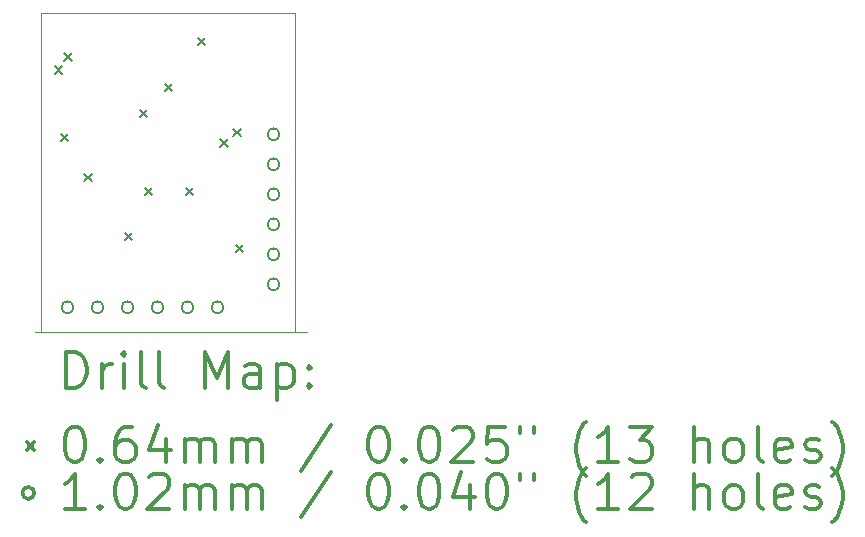
<source format=gbr>
%FSLAX45Y45*%
G04 Gerber Fmt 4.5, Leading zero omitted, Abs format (unit mm)*
G04 Created by KiCad (PCBNEW (2014-11-21 BZR 5297)-product) date Mo 02 Feb 2015 01:26:16 CET*
%MOMM*%
G01*
G04 APERTURE LIST*
%ADD10C,0.127000*%
%ADD11C,0.100000*%
%ADD12C,0.200000*%
%ADD13C,0.300000*%
G04 APERTURE END LIST*
D10*
D11*
X15500000Y-9900000D02*
X15450000Y-9900000D01*
X17600000Y-9900000D02*
X17600000Y-12600000D01*
X15500000Y-9900000D02*
X17600000Y-9900000D01*
X15450000Y-12600000D02*
X15450000Y-9900000D01*
X15400000Y-12600000D02*
X15500000Y-12600000D01*
X17700000Y-12600000D02*
X15400000Y-12600000D01*
D12*
X15568250Y-10348250D02*
X15631750Y-10411750D01*
X15631750Y-10348250D02*
X15568250Y-10411750D01*
X15618250Y-10918250D02*
X15681750Y-10981750D01*
X15681750Y-10918250D02*
X15618250Y-10981750D01*
X15648250Y-10238250D02*
X15711750Y-10301750D01*
X15711750Y-10238250D02*
X15648250Y-10301750D01*
X15818250Y-11258250D02*
X15881750Y-11321750D01*
X15881750Y-11258250D02*
X15818250Y-11321750D01*
X16158250Y-11758250D02*
X16221750Y-11821750D01*
X16221750Y-11758250D02*
X16158250Y-11821750D01*
X16288250Y-10718250D02*
X16351750Y-10781750D01*
X16351750Y-10718250D02*
X16288250Y-10781750D01*
X16328250Y-11378250D02*
X16391750Y-11441750D01*
X16391750Y-11378250D02*
X16328250Y-11441750D01*
X16498250Y-10498250D02*
X16561750Y-10561750D01*
X16561750Y-10498250D02*
X16498250Y-10561750D01*
X16678250Y-11378250D02*
X16741750Y-11441750D01*
X16741750Y-11378250D02*
X16678250Y-11441750D01*
X16778250Y-10108250D02*
X16841750Y-10171750D01*
X16841750Y-10108250D02*
X16778250Y-10171750D01*
X16968250Y-10968250D02*
X17031750Y-11031750D01*
X17031750Y-10968250D02*
X16968250Y-11031750D01*
X17078250Y-10878250D02*
X17141750Y-10941750D01*
X17141750Y-10878250D02*
X17078250Y-10941750D01*
X17098250Y-11858250D02*
X17161750Y-11921750D01*
X17161750Y-11858250D02*
X17098250Y-11921750D01*
X15725800Y-12390000D02*
G75*
G03X15725800Y-12390000I-50800J0D01*
G01*
X15979800Y-12390000D02*
G75*
G03X15979800Y-12390000I-50800J0D01*
G01*
X16233800Y-12390000D02*
G75*
G03X16233800Y-12390000I-50800J0D01*
G01*
X16487800Y-12390000D02*
G75*
G03X16487800Y-12390000I-50800J0D01*
G01*
X16741800Y-12390000D02*
G75*
G03X16741800Y-12390000I-50800J0D01*
G01*
X16995800Y-12390000D02*
G75*
G03X16995800Y-12390000I-50800J0D01*
G01*
X17470800Y-10925000D02*
G75*
G03X17470800Y-10925000I-50800J0D01*
G01*
X17470800Y-11179000D02*
G75*
G03X17470800Y-11179000I-50800J0D01*
G01*
X17470800Y-11433000D02*
G75*
G03X17470800Y-11433000I-50800J0D01*
G01*
X17470800Y-11687000D02*
G75*
G03X17470800Y-11687000I-50800J0D01*
G01*
X17470800Y-11941000D02*
G75*
G03X17470800Y-11941000I-50800J0D01*
G01*
X17470800Y-12195000D02*
G75*
G03X17470800Y-12195000I-50800J0D01*
G01*
D13*
X15666428Y-13070714D02*
X15666428Y-12770714D01*
X15737857Y-12770714D01*
X15780714Y-12785000D01*
X15809286Y-12813571D01*
X15823571Y-12842143D01*
X15837857Y-12899286D01*
X15837857Y-12942143D01*
X15823571Y-12999286D01*
X15809286Y-13027857D01*
X15780714Y-13056429D01*
X15737857Y-13070714D01*
X15666428Y-13070714D01*
X15966428Y-13070714D02*
X15966428Y-12870714D01*
X15966428Y-12927857D02*
X15980714Y-12899286D01*
X15995000Y-12885000D01*
X16023571Y-12870714D01*
X16052143Y-12870714D01*
X16152143Y-13070714D02*
X16152143Y-12870714D01*
X16152143Y-12770714D02*
X16137857Y-12785000D01*
X16152143Y-12799286D01*
X16166428Y-12785000D01*
X16152143Y-12770714D01*
X16152143Y-12799286D01*
X16337857Y-13070714D02*
X16309286Y-13056429D01*
X16295000Y-13027857D01*
X16295000Y-12770714D01*
X16495000Y-13070714D02*
X16466428Y-13056429D01*
X16452143Y-13027857D01*
X16452143Y-12770714D01*
X16837857Y-13070714D02*
X16837857Y-12770714D01*
X16937857Y-12985000D01*
X17037857Y-12770714D01*
X17037857Y-13070714D01*
X17309286Y-13070714D02*
X17309286Y-12913571D01*
X17295000Y-12885000D01*
X17266429Y-12870714D01*
X17209286Y-12870714D01*
X17180714Y-12885000D01*
X17309286Y-13056429D02*
X17280714Y-13070714D01*
X17209286Y-13070714D01*
X17180714Y-13056429D01*
X17166429Y-13027857D01*
X17166429Y-12999286D01*
X17180714Y-12970714D01*
X17209286Y-12956429D01*
X17280714Y-12956429D01*
X17309286Y-12942143D01*
X17452143Y-12870714D02*
X17452143Y-13170714D01*
X17452143Y-12885000D02*
X17480714Y-12870714D01*
X17537857Y-12870714D01*
X17566429Y-12885000D01*
X17580714Y-12899286D01*
X17595000Y-12927857D01*
X17595000Y-13013571D01*
X17580714Y-13042143D01*
X17566429Y-13056429D01*
X17537857Y-13070714D01*
X17480714Y-13070714D01*
X17452143Y-13056429D01*
X17723571Y-13042143D02*
X17737857Y-13056429D01*
X17723571Y-13070714D01*
X17709286Y-13056429D01*
X17723571Y-13042143D01*
X17723571Y-13070714D01*
X17723571Y-12885000D02*
X17737857Y-12899286D01*
X17723571Y-12913571D01*
X17709286Y-12899286D01*
X17723571Y-12885000D01*
X17723571Y-12913571D01*
X15331500Y-13533250D02*
X15395000Y-13596750D01*
X15395000Y-13533250D02*
X15331500Y-13596750D01*
X15723571Y-13400714D02*
X15752143Y-13400714D01*
X15780714Y-13415000D01*
X15795000Y-13429286D01*
X15809286Y-13457857D01*
X15823571Y-13515000D01*
X15823571Y-13586429D01*
X15809286Y-13643571D01*
X15795000Y-13672143D01*
X15780714Y-13686429D01*
X15752143Y-13700714D01*
X15723571Y-13700714D01*
X15695000Y-13686429D01*
X15680714Y-13672143D01*
X15666428Y-13643571D01*
X15652143Y-13586429D01*
X15652143Y-13515000D01*
X15666428Y-13457857D01*
X15680714Y-13429286D01*
X15695000Y-13415000D01*
X15723571Y-13400714D01*
X15952143Y-13672143D02*
X15966428Y-13686429D01*
X15952143Y-13700714D01*
X15937857Y-13686429D01*
X15952143Y-13672143D01*
X15952143Y-13700714D01*
X16223571Y-13400714D02*
X16166428Y-13400714D01*
X16137857Y-13415000D01*
X16123571Y-13429286D01*
X16095000Y-13472143D01*
X16080714Y-13529286D01*
X16080714Y-13643571D01*
X16095000Y-13672143D01*
X16109286Y-13686429D01*
X16137857Y-13700714D01*
X16195000Y-13700714D01*
X16223571Y-13686429D01*
X16237857Y-13672143D01*
X16252143Y-13643571D01*
X16252143Y-13572143D01*
X16237857Y-13543571D01*
X16223571Y-13529286D01*
X16195000Y-13515000D01*
X16137857Y-13515000D01*
X16109286Y-13529286D01*
X16095000Y-13543571D01*
X16080714Y-13572143D01*
X16509286Y-13500714D02*
X16509286Y-13700714D01*
X16437857Y-13386429D02*
X16366428Y-13600714D01*
X16552143Y-13600714D01*
X16666428Y-13700714D02*
X16666428Y-13500714D01*
X16666428Y-13529286D02*
X16680714Y-13515000D01*
X16709286Y-13500714D01*
X16752143Y-13500714D01*
X16780714Y-13515000D01*
X16795000Y-13543571D01*
X16795000Y-13700714D01*
X16795000Y-13543571D02*
X16809286Y-13515000D01*
X16837857Y-13500714D01*
X16880714Y-13500714D01*
X16909286Y-13515000D01*
X16923571Y-13543571D01*
X16923571Y-13700714D01*
X17066429Y-13700714D02*
X17066429Y-13500714D01*
X17066429Y-13529286D02*
X17080714Y-13515000D01*
X17109286Y-13500714D01*
X17152143Y-13500714D01*
X17180714Y-13515000D01*
X17195000Y-13543571D01*
X17195000Y-13700714D01*
X17195000Y-13543571D02*
X17209286Y-13515000D01*
X17237857Y-13500714D01*
X17280714Y-13500714D01*
X17309286Y-13515000D01*
X17323571Y-13543571D01*
X17323571Y-13700714D01*
X17909286Y-13386429D02*
X17652143Y-13772143D01*
X18295000Y-13400714D02*
X18323571Y-13400714D01*
X18352143Y-13415000D01*
X18366428Y-13429286D01*
X18380714Y-13457857D01*
X18395000Y-13515000D01*
X18395000Y-13586429D01*
X18380714Y-13643571D01*
X18366428Y-13672143D01*
X18352143Y-13686429D01*
X18323571Y-13700714D01*
X18295000Y-13700714D01*
X18266428Y-13686429D01*
X18252143Y-13672143D01*
X18237857Y-13643571D01*
X18223571Y-13586429D01*
X18223571Y-13515000D01*
X18237857Y-13457857D01*
X18252143Y-13429286D01*
X18266428Y-13415000D01*
X18295000Y-13400714D01*
X18523571Y-13672143D02*
X18537857Y-13686429D01*
X18523571Y-13700714D01*
X18509286Y-13686429D01*
X18523571Y-13672143D01*
X18523571Y-13700714D01*
X18723571Y-13400714D02*
X18752143Y-13400714D01*
X18780714Y-13415000D01*
X18795000Y-13429286D01*
X18809286Y-13457857D01*
X18823571Y-13515000D01*
X18823571Y-13586429D01*
X18809286Y-13643571D01*
X18795000Y-13672143D01*
X18780714Y-13686429D01*
X18752143Y-13700714D01*
X18723571Y-13700714D01*
X18695000Y-13686429D01*
X18680714Y-13672143D01*
X18666428Y-13643571D01*
X18652143Y-13586429D01*
X18652143Y-13515000D01*
X18666428Y-13457857D01*
X18680714Y-13429286D01*
X18695000Y-13415000D01*
X18723571Y-13400714D01*
X18937857Y-13429286D02*
X18952143Y-13415000D01*
X18980714Y-13400714D01*
X19052143Y-13400714D01*
X19080714Y-13415000D01*
X19095000Y-13429286D01*
X19109286Y-13457857D01*
X19109286Y-13486429D01*
X19095000Y-13529286D01*
X18923571Y-13700714D01*
X19109286Y-13700714D01*
X19380714Y-13400714D02*
X19237857Y-13400714D01*
X19223571Y-13543571D01*
X19237857Y-13529286D01*
X19266428Y-13515000D01*
X19337857Y-13515000D01*
X19366428Y-13529286D01*
X19380714Y-13543571D01*
X19395000Y-13572143D01*
X19395000Y-13643571D01*
X19380714Y-13672143D01*
X19366428Y-13686429D01*
X19337857Y-13700714D01*
X19266428Y-13700714D01*
X19237857Y-13686429D01*
X19223571Y-13672143D01*
X19509286Y-13400714D02*
X19509286Y-13457857D01*
X19623571Y-13400714D02*
X19623571Y-13457857D01*
X20066428Y-13815000D02*
X20052143Y-13800714D01*
X20023571Y-13757857D01*
X20009286Y-13729286D01*
X19995000Y-13686429D01*
X19980714Y-13615000D01*
X19980714Y-13557857D01*
X19995000Y-13486429D01*
X20009286Y-13443571D01*
X20023571Y-13415000D01*
X20052143Y-13372143D01*
X20066428Y-13357857D01*
X20337857Y-13700714D02*
X20166428Y-13700714D01*
X20252143Y-13700714D02*
X20252143Y-13400714D01*
X20223571Y-13443571D01*
X20195000Y-13472143D01*
X20166428Y-13486429D01*
X20437857Y-13400714D02*
X20623571Y-13400714D01*
X20523571Y-13515000D01*
X20566428Y-13515000D01*
X20595000Y-13529286D01*
X20609286Y-13543571D01*
X20623571Y-13572143D01*
X20623571Y-13643571D01*
X20609286Y-13672143D01*
X20595000Y-13686429D01*
X20566428Y-13700714D01*
X20480714Y-13700714D01*
X20452143Y-13686429D01*
X20437857Y-13672143D01*
X20980714Y-13700714D02*
X20980714Y-13400714D01*
X21109286Y-13700714D02*
X21109286Y-13543571D01*
X21095000Y-13515000D01*
X21066428Y-13500714D01*
X21023571Y-13500714D01*
X20995000Y-13515000D01*
X20980714Y-13529286D01*
X21295000Y-13700714D02*
X21266428Y-13686429D01*
X21252143Y-13672143D01*
X21237857Y-13643571D01*
X21237857Y-13557857D01*
X21252143Y-13529286D01*
X21266428Y-13515000D01*
X21295000Y-13500714D01*
X21337857Y-13500714D01*
X21366428Y-13515000D01*
X21380714Y-13529286D01*
X21395000Y-13557857D01*
X21395000Y-13643571D01*
X21380714Y-13672143D01*
X21366428Y-13686429D01*
X21337857Y-13700714D01*
X21295000Y-13700714D01*
X21566428Y-13700714D02*
X21537857Y-13686429D01*
X21523571Y-13657857D01*
X21523571Y-13400714D01*
X21795000Y-13686429D02*
X21766429Y-13700714D01*
X21709286Y-13700714D01*
X21680714Y-13686429D01*
X21666429Y-13657857D01*
X21666429Y-13543571D01*
X21680714Y-13515000D01*
X21709286Y-13500714D01*
X21766429Y-13500714D01*
X21795000Y-13515000D01*
X21809286Y-13543571D01*
X21809286Y-13572143D01*
X21666429Y-13600714D01*
X21923571Y-13686429D02*
X21952143Y-13700714D01*
X22009286Y-13700714D01*
X22037857Y-13686429D01*
X22052143Y-13657857D01*
X22052143Y-13643571D01*
X22037857Y-13615000D01*
X22009286Y-13600714D01*
X21966429Y-13600714D01*
X21937857Y-13586429D01*
X21923571Y-13557857D01*
X21923571Y-13543571D01*
X21937857Y-13515000D01*
X21966429Y-13500714D01*
X22009286Y-13500714D01*
X22037857Y-13515000D01*
X22152143Y-13815000D02*
X22166429Y-13800714D01*
X22195000Y-13757857D01*
X22209286Y-13729286D01*
X22223571Y-13686429D01*
X22237857Y-13615000D01*
X22237857Y-13557857D01*
X22223571Y-13486429D01*
X22209286Y-13443571D01*
X22195000Y-13415000D01*
X22166429Y-13372143D01*
X22152143Y-13357857D01*
X15395000Y-13961000D02*
G75*
G03X15395000Y-13961000I-50800J0D01*
G01*
X15823571Y-14096714D02*
X15652143Y-14096714D01*
X15737857Y-14096714D02*
X15737857Y-13796714D01*
X15709286Y-13839571D01*
X15680714Y-13868143D01*
X15652143Y-13882429D01*
X15952143Y-14068143D02*
X15966428Y-14082429D01*
X15952143Y-14096714D01*
X15937857Y-14082429D01*
X15952143Y-14068143D01*
X15952143Y-14096714D01*
X16152143Y-13796714D02*
X16180714Y-13796714D01*
X16209286Y-13811000D01*
X16223571Y-13825286D01*
X16237857Y-13853857D01*
X16252143Y-13911000D01*
X16252143Y-13982429D01*
X16237857Y-14039571D01*
X16223571Y-14068143D01*
X16209286Y-14082429D01*
X16180714Y-14096714D01*
X16152143Y-14096714D01*
X16123571Y-14082429D01*
X16109286Y-14068143D01*
X16095000Y-14039571D01*
X16080714Y-13982429D01*
X16080714Y-13911000D01*
X16095000Y-13853857D01*
X16109286Y-13825286D01*
X16123571Y-13811000D01*
X16152143Y-13796714D01*
X16366428Y-13825286D02*
X16380714Y-13811000D01*
X16409286Y-13796714D01*
X16480714Y-13796714D01*
X16509286Y-13811000D01*
X16523571Y-13825286D01*
X16537857Y-13853857D01*
X16537857Y-13882429D01*
X16523571Y-13925286D01*
X16352143Y-14096714D01*
X16537857Y-14096714D01*
X16666428Y-14096714D02*
X16666428Y-13896714D01*
X16666428Y-13925286D02*
X16680714Y-13911000D01*
X16709286Y-13896714D01*
X16752143Y-13896714D01*
X16780714Y-13911000D01*
X16795000Y-13939571D01*
X16795000Y-14096714D01*
X16795000Y-13939571D02*
X16809286Y-13911000D01*
X16837857Y-13896714D01*
X16880714Y-13896714D01*
X16909286Y-13911000D01*
X16923571Y-13939571D01*
X16923571Y-14096714D01*
X17066429Y-14096714D02*
X17066429Y-13896714D01*
X17066429Y-13925286D02*
X17080714Y-13911000D01*
X17109286Y-13896714D01*
X17152143Y-13896714D01*
X17180714Y-13911000D01*
X17195000Y-13939571D01*
X17195000Y-14096714D01*
X17195000Y-13939571D02*
X17209286Y-13911000D01*
X17237857Y-13896714D01*
X17280714Y-13896714D01*
X17309286Y-13911000D01*
X17323571Y-13939571D01*
X17323571Y-14096714D01*
X17909286Y-13782429D02*
X17652143Y-14168143D01*
X18295000Y-13796714D02*
X18323571Y-13796714D01*
X18352143Y-13811000D01*
X18366428Y-13825286D01*
X18380714Y-13853857D01*
X18395000Y-13911000D01*
X18395000Y-13982429D01*
X18380714Y-14039571D01*
X18366428Y-14068143D01*
X18352143Y-14082429D01*
X18323571Y-14096714D01*
X18295000Y-14096714D01*
X18266428Y-14082429D01*
X18252143Y-14068143D01*
X18237857Y-14039571D01*
X18223571Y-13982429D01*
X18223571Y-13911000D01*
X18237857Y-13853857D01*
X18252143Y-13825286D01*
X18266428Y-13811000D01*
X18295000Y-13796714D01*
X18523571Y-14068143D02*
X18537857Y-14082429D01*
X18523571Y-14096714D01*
X18509286Y-14082429D01*
X18523571Y-14068143D01*
X18523571Y-14096714D01*
X18723571Y-13796714D02*
X18752143Y-13796714D01*
X18780714Y-13811000D01*
X18795000Y-13825286D01*
X18809286Y-13853857D01*
X18823571Y-13911000D01*
X18823571Y-13982429D01*
X18809286Y-14039571D01*
X18795000Y-14068143D01*
X18780714Y-14082429D01*
X18752143Y-14096714D01*
X18723571Y-14096714D01*
X18695000Y-14082429D01*
X18680714Y-14068143D01*
X18666428Y-14039571D01*
X18652143Y-13982429D01*
X18652143Y-13911000D01*
X18666428Y-13853857D01*
X18680714Y-13825286D01*
X18695000Y-13811000D01*
X18723571Y-13796714D01*
X19080714Y-13896714D02*
X19080714Y-14096714D01*
X19009286Y-13782429D02*
X18937857Y-13996714D01*
X19123571Y-13996714D01*
X19295000Y-13796714D02*
X19323571Y-13796714D01*
X19352143Y-13811000D01*
X19366428Y-13825286D01*
X19380714Y-13853857D01*
X19395000Y-13911000D01*
X19395000Y-13982429D01*
X19380714Y-14039571D01*
X19366428Y-14068143D01*
X19352143Y-14082429D01*
X19323571Y-14096714D01*
X19295000Y-14096714D01*
X19266428Y-14082429D01*
X19252143Y-14068143D01*
X19237857Y-14039571D01*
X19223571Y-13982429D01*
X19223571Y-13911000D01*
X19237857Y-13853857D01*
X19252143Y-13825286D01*
X19266428Y-13811000D01*
X19295000Y-13796714D01*
X19509286Y-13796714D02*
X19509286Y-13853857D01*
X19623571Y-13796714D02*
X19623571Y-13853857D01*
X20066428Y-14211000D02*
X20052143Y-14196714D01*
X20023571Y-14153857D01*
X20009286Y-14125286D01*
X19995000Y-14082429D01*
X19980714Y-14011000D01*
X19980714Y-13953857D01*
X19995000Y-13882429D01*
X20009286Y-13839571D01*
X20023571Y-13811000D01*
X20052143Y-13768143D01*
X20066428Y-13753857D01*
X20337857Y-14096714D02*
X20166428Y-14096714D01*
X20252143Y-14096714D02*
X20252143Y-13796714D01*
X20223571Y-13839571D01*
X20195000Y-13868143D01*
X20166428Y-13882429D01*
X20452143Y-13825286D02*
X20466428Y-13811000D01*
X20495000Y-13796714D01*
X20566428Y-13796714D01*
X20595000Y-13811000D01*
X20609286Y-13825286D01*
X20623571Y-13853857D01*
X20623571Y-13882429D01*
X20609286Y-13925286D01*
X20437857Y-14096714D01*
X20623571Y-14096714D01*
X20980714Y-14096714D02*
X20980714Y-13796714D01*
X21109286Y-14096714D02*
X21109286Y-13939571D01*
X21095000Y-13911000D01*
X21066428Y-13896714D01*
X21023571Y-13896714D01*
X20995000Y-13911000D01*
X20980714Y-13925286D01*
X21295000Y-14096714D02*
X21266428Y-14082429D01*
X21252143Y-14068143D01*
X21237857Y-14039571D01*
X21237857Y-13953857D01*
X21252143Y-13925286D01*
X21266428Y-13911000D01*
X21295000Y-13896714D01*
X21337857Y-13896714D01*
X21366428Y-13911000D01*
X21380714Y-13925286D01*
X21395000Y-13953857D01*
X21395000Y-14039571D01*
X21380714Y-14068143D01*
X21366428Y-14082429D01*
X21337857Y-14096714D01*
X21295000Y-14096714D01*
X21566428Y-14096714D02*
X21537857Y-14082429D01*
X21523571Y-14053857D01*
X21523571Y-13796714D01*
X21795000Y-14082429D02*
X21766429Y-14096714D01*
X21709286Y-14096714D01*
X21680714Y-14082429D01*
X21666429Y-14053857D01*
X21666429Y-13939571D01*
X21680714Y-13911000D01*
X21709286Y-13896714D01*
X21766429Y-13896714D01*
X21795000Y-13911000D01*
X21809286Y-13939571D01*
X21809286Y-13968143D01*
X21666429Y-13996714D01*
X21923571Y-14082429D02*
X21952143Y-14096714D01*
X22009286Y-14096714D01*
X22037857Y-14082429D01*
X22052143Y-14053857D01*
X22052143Y-14039571D01*
X22037857Y-14011000D01*
X22009286Y-13996714D01*
X21966429Y-13996714D01*
X21937857Y-13982429D01*
X21923571Y-13953857D01*
X21923571Y-13939571D01*
X21937857Y-13911000D01*
X21966429Y-13896714D01*
X22009286Y-13896714D01*
X22037857Y-13911000D01*
X22152143Y-14211000D02*
X22166429Y-14196714D01*
X22195000Y-14153857D01*
X22209286Y-14125286D01*
X22223571Y-14082429D01*
X22237857Y-14011000D01*
X22237857Y-13953857D01*
X22223571Y-13882429D01*
X22209286Y-13839571D01*
X22195000Y-13811000D01*
X22166429Y-13768143D01*
X22152143Y-13753857D01*
M02*

</source>
